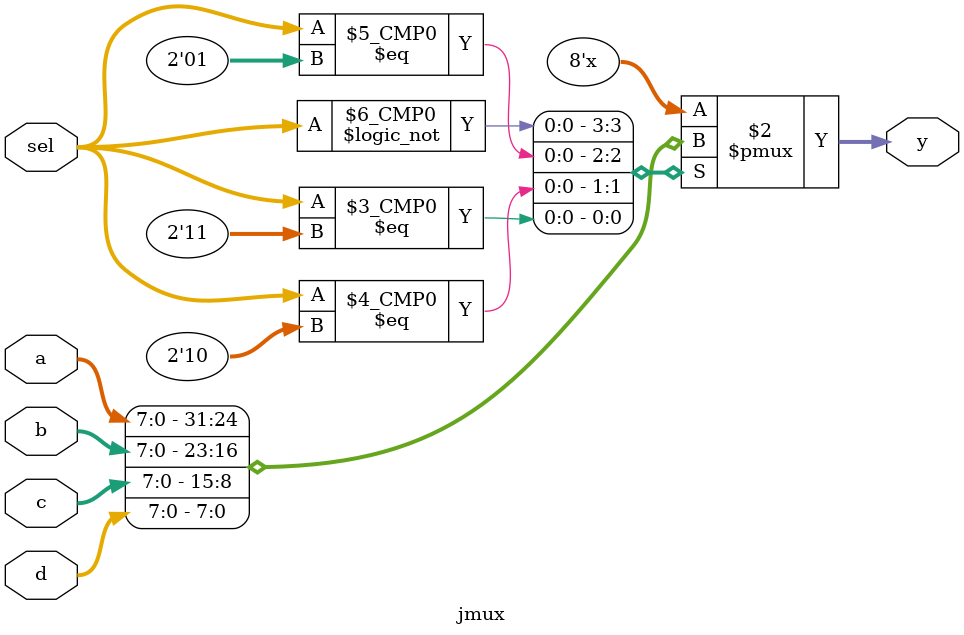
<source format=v>
`timescale 1ns / 1ps


module jmux #(parameter WIDTH = 8 )(
        input wire[1:0] sel,
        input wire[WIDTH - 1:0] a,
        input wire[WIDTH - 1:0] b,
        input wire[WIDTH - 1:0] c,
        input wire[WIDTH - 1:0] d,
        output reg[WIDTH - 1:0] y
    );
    always @ (a or b or c or d or sel)
    begin
    case(sel)
		2'b00: y <= a;
		2'b01: y <= b;
		2'b10: y <= c;
		2'b11: y <= d;
    endcase
    end
    

endmodule

</source>
